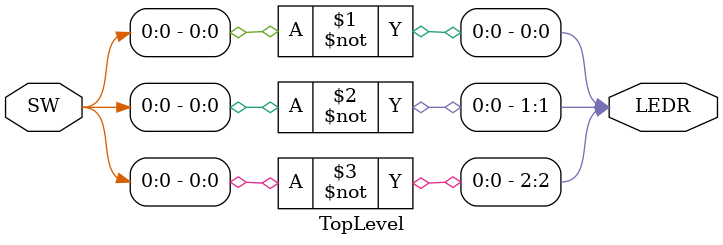
<source format=v>
module TopLevel (
    input [9:0] SW,
    output [9:0] LEDR
);

// assign LED[0] = ~SW[0]
// assign LED[1] = ~SW[0]
// assign LED[2] = ~SW[0]
not(LEDR[0], LEDR[1], LEDR[2], SW[0]);
    
endmodule
</source>
